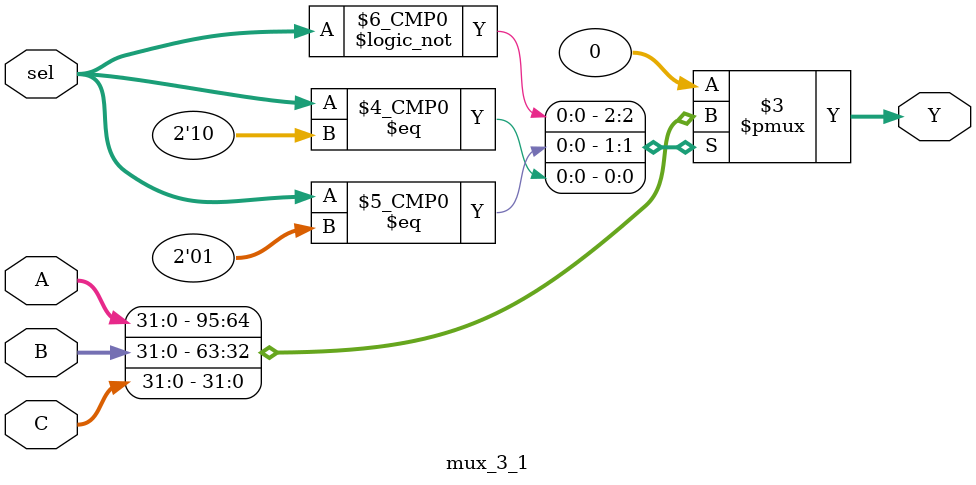
<source format=sv>
module mux_3_1(
    input logic [31:0] A,
    input logic [31:0] B,
    input logic [31:0] C,
    input logic [1:0] sel,
    output logic [31:0] Y
);
    always_comb begin
        case (sel)
            2'b00: Y = A; // aluRes
            2'b01: Y = B; // dataRd
            2'b10: Y = C; // sumOut
            default: Y = 32'b0;
        endcase
    end

endmodule
</source>
